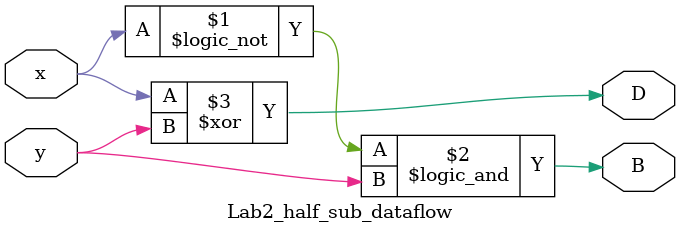
<source format=v>
module Lab2_half_sub_dataflow(D,B,x,y);
	output D,B;
	input x,y;
	
	assign B=(!x)&&y;
	assign D=x^y;

endmodule 
</source>
